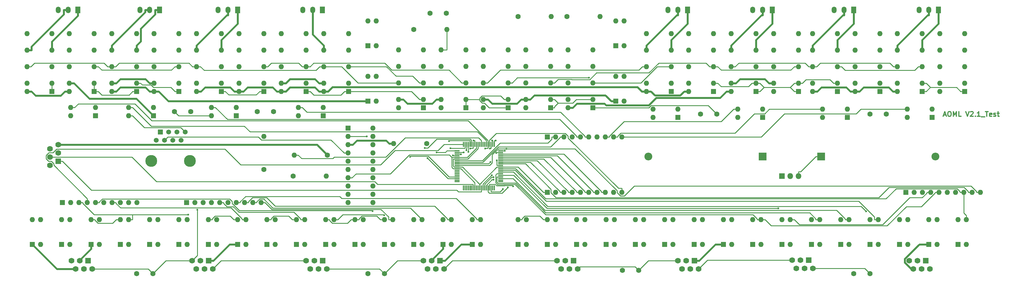
<source format=gbr>
%TF.GenerationSoftware,KiCad,Pcbnew,4.0.7*%
%TF.CreationDate,2018-12-11T18:15:29-05:00*%
%TF.ProjectId,AOML_AB_2.2,414F4D4C5F41425F322E322E6B696361,rev?*%
%TF.FileFunction,Copper,L1,Top,Signal*%
%FSLAX46Y46*%
G04 Gerber Fmt 4.6, Leading zero omitted, Abs format (unit mm)*
G04 Created by KiCad (PCBNEW 4.0.7) date 12/11/18 18:15:29*
%MOMM*%
%LPD*%
G01*
G04 APERTURE LIST*
%ADD10C,0.100000*%
%ADD11C,0.300000*%
%ADD12R,2.400000X2.400000*%
%ADD13O,2.400000X2.400000*%
%ADD14R,1.600000X1.600000*%
%ADD15O,1.600000X1.600000*%
%ADD16C,1.600000*%
%ADD17R,0.300000X1.500000*%
%ADD18R,1.500000X0.300000*%
%ADD19R,1.800000X1.800000*%
%ADD20O,1.800000X1.800000*%
%ADD21R,1.500000X2.000000*%
%ADD22O,1.500000X2.000000*%
%ADD23R,1.500000X1.500000*%
%ADD24C,1.500000*%
%ADD25C,3.650000*%
%ADD26C,1.760000*%
%ADD27R,1.760000X1.760000*%
%ADD28C,0.600000*%
%ADD29C,0.250000*%
%ADD30C,0.600000*%
G04 APERTURE END LIST*
D10*
D11*
X313515429Y-60088000D02*
X314229715Y-60088000D01*
X313372572Y-60516571D02*
X313872572Y-59016571D01*
X314372572Y-60516571D01*
X315158286Y-59016571D02*
X315444000Y-59016571D01*
X315586858Y-59088000D01*
X315729715Y-59230857D01*
X315801143Y-59516571D01*
X315801143Y-60016571D01*
X315729715Y-60302286D01*
X315586858Y-60445143D01*
X315444000Y-60516571D01*
X315158286Y-60516571D01*
X315015429Y-60445143D01*
X314872572Y-60302286D01*
X314801143Y-60016571D01*
X314801143Y-59516571D01*
X314872572Y-59230857D01*
X315015429Y-59088000D01*
X315158286Y-59016571D01*
X316444001Y-60516571D02*
X316444001Y-59016571D01*
X316944001Y-60088000D01*
X317444001Y-59016571D01*
X317444001Y-60516571D01*
X318872573Y-60516571D02*
X318158287Y-60516571D01*
X318158287Y-59016571D01*
X320301144Y-59016571D02*
X320801144Y-60516571D01*
X321301144Y-59016571D01*
X321729715Y-59159429D02*
X321801144Y-59088000D01*
X321944001Y-59016571D01*
X322301144Y-59016571D01*
X322444001Y-59088000D01*
X322515430Y-59159429D01*
X322586858Y-59302286D01*
X322586858Y-59445143D01*
X322515430Y-59659429D01*
X321658287Y-60516571D01*
X322586858Y-60516571D01*
X323229715Y-60373714D02*
X323301143Y-60445143D01*
X323229715Y-60516571D01*
X323158286Y-60445143D01*
X323229715Y-60373714D01*
X323229715Y-60516571D01*
X324729715Y-60516571D02*
X323872572Y-60516571D01*
X324301144Y-60516571D02*
X324301144Y-59016571D01*
X324158287Y-59230857D01*
X324015429Y-59373714D01*
X323872572Y-59445143D01*
X325015429Y-60659429D02*
X326158286Y-60659429D01*
X326301143Y-59016571D02*
X327158286Y-59016571D01*
X326729715Y-60516571D02*
X326729715Y-59016571D01*
X328229714Y-60445143D02*
X328086857Y-60516571D01*
X327801143Y-60516571D01*
X327658286Y-60445143D01*
X327586857Y-60302286D01*
X327586857Y-59730857D01*
X327658286Y-59588000D01*
X327801143Y-59516571D01*
X328086857Y-59516571D01*
X328229714Y-59588000D01*
X328301143Y-59730857D01*
X328301143Y-59873714D01*
X327586857Y-60016571D01*
X328872571Y-60445143D02*
X329015428Y-60516571D01*
X329301143Y-60516571D01*
X329444000Y-60445143D01*
X329515428Y-60302286D01*
X329515428Y-60230857D01*
X329444000Y-60088000D01*
X329301143Y-60016571D01*
X329086857Y-60016571D01*
X328944000Y-59945143D01*
X328872571Y-59802286D01*
X328872571Y-59730857D01*
X328944000Y-59588000D01*
X329086857Y-59516571D01*
X329301143Y-59516571D01*
X329444000Y-59588000D01*
X329944000Y-59516571D02*
X330515429Y-59516571D01*
X330158286Y-59016571D02*
X330158286Y-60302286D01*
X330229714Y-60445143D01*
X330372572Y-60516571D01*
X330515429Y-60516571D01*
D12*
X275944000Y-72838000D03*
D13*
X310944000Y-72838000D03*
D14*
X168944000Y-99838000D03*
D15*
X171484000Y-92218000D03*
X171484000Y-99838000D03*
X168944000Y-92218000D03*
D14*
X43180000Y-86995000D03*
D15*
X45720000Y-86995000D03*
X48260000Y-86995000D03*
X50800000Y-86995000D03*
X53340000Y-86995000D03*
X55880000Y-86995000D03*
X58420000Y-86995000D03*
X60960000Y-86995000D03*
X63500000Y-86995000D03*
X66040000Y-86995000D03*
D16*
X295944000Y-59838000D03*
X290944000Y-59838000D03*
X219944000Y-107838000D03*
X214944000Y-107838000D03*
X160944000Y-28838000D03*
X155944000Y-28838000D03*
D12*
X257944000Y-72838000D03*
D13*
X222944000Y-72838000D03*
D16*
X70944000Y-108838000D03*
X65944000Y-108838000D03*
X141944000Y-108838000D03*
X136944000Y-108838000D03*
X290944000Y-108838000D03*
X285944000Y-108838000D03*
X243944000Y-59838000D03*
X238944000Y-59838000D03*
X107950000Y-59055000D03*
X102950000Y-59055000D03*
X82550000Y-59055000D03*
X77550000Y-59055000D03*
D17*
X175694000Y-69138000D03*
X175194000Y-69138000D03*
X174694000Y-69138000D03*
X174194000Y-69138000D03*
X173694000Y-69138000D03*
X173194000Y-69138000D03*
X172694000Y-69138000D03*
X172194000Y-69138000D03*
X171694000Y-69138000D03*
X171194000Y-69138000D03*
X170694000Y-69138000D03*
X170194000Y-69138000D03*
X169694000Y-69138000D03*
X169194000Y-69138000D03*
X168694000Y-69138000D03*
X168194000Y-69138000D03*
X167694000Y-69138000D03*
X167194000Y-69138000D03*
X166694000Y-69138000D03*
X166194000Y-69138000D03*
D18*
X164244000Y-71088000D03*
X164244000Y-71588000D03*
X164244000Y-72088000D03*
X164244000Y-72588000D03*
X164244000Y-73088000D03*
X164244000Y-73588000D03*
X164244000Y-74088000D03*
X164244000Y-74588000D03*
X164244000Y-75088000D03*
X164244000Y-75588000D03*
X164244000Y-76088000D03*
X164244000Y-76588000D03*
X164244000Y-77088000D03*
X164244000Y-77588000D03*
X164244000Y-78088000D03*
X164244000Y-78588000D03*
X164244000Y-79088000D03*
X164244000Y-79588000D03*
X164244000Y-80088000D03*
X164244000Y-80588000D03*
D17*
X166194000Y-82538000D03*
X166694000Y-82538000D03*
X167194000Y-82538000D03*
X167694000Y-82538000D03*
X168194000Y-82538000D03*
X168694000Y-82538000D03*
X169194000Y-82538000D03*
X169694000Y-82538000D03*
X170194000Y-82538000D03*
X170694000Y-82538000D03*
X171194000Y-82538000D03*
X171694000Y-82538000D03*
X172194000Y-82538000D03*
X172694000Y-82538000D03*
X173194000Y-82538000D03*
X173694000Y-82538000D03*
X174194000Y-82538000D03*
X174694000Y-82538000D03*
X175194000Y-82538000D03*
X175694000Y-82538000D03*
D18*
X177644000Y-80588000D03*
X177644000Y-80088000D03*
X177644000Y-79588000D03*
X177644000Y-79088000D03*
X177644000Y-78588000D03*
X177644000Y-78088000D03*
X177644000Y-77588000D03*
X177644000Y-77088000D03*
X177644000Y-76588000D03*
X177644000Y-76088000D03*
X177644000Y-75588000D03*
X177644000Y-75088000D03*
X177644000Y-74588000D03*
X177644000Y-74088000D03*
X177644000Y-73588000D03*
X177644000Y-73088000D03*
X177644000Y-72588000D03*
X177644000Y-72088000D03*
X177644000Y-71588000D03*
X177644000Y-71088000D03*
D14*
X136944000Y-38838000D03*
D15*
X139484000Y-31218000D03*
X139484000Y-38838000D03*
X136944000Y-31218000D03*
D14*
X212944000Y-55838000D03*
D15*
X215484000Y-48218000D03*
X215484000Y-55838000D03*
X212944000Y-48218000D03*
D14*
X212944000Y-38838000D03*
D15*
X215484000Y-31218000D03*
X215484000Y-38838000D03*
X212944000Y-31218000D03*
D14*
X136944000Y-55838000D03*
D15*
X139484000Y-48218000D03*
X139484000Y-55838000D03*
X136944000Y-48218000D03*
D14*
X231944000Y-60838000D03*
D15*
X224324000Y-58298000D03*
X231944000Y-58298000D03*
X224324000Y-60838000D03*
D14*
X123190000Y-60325000D03*
D15*
X115570000Y-57785000D03*
X123190000Y-57785000D03*
X115570000Y-60325000D03*
D14*
X96520000Y-60325000D03*
D15*
X88900000Y-57785000D03*
X96520000Y-57785000D03*
X88900000Y-60325000D03*
D14*
X309944000Y-60838000D03*
D15*
X302324000Y-58298000D03*
X309944000Y-58298000D03*
X302324000Y-60838000D03*
D14*
X283944000Y-60838000D03*
D15*
X276324000Y-58298000D03*
X283944000Y-58298000D03*
X276324000Y-60838000D03*
D14*
X257944000Y-60838000D03*
D15*
X250324000Y-58298000D03*
X257944000Y-58298000D03*
X250324000Y-60838000D03*
D14*
X218944000Y-99838000D03*
D15*
X221484000Y-92218000D03*
X221484000Y-99838000D03*
X218944000Y-92218000D03*
D14*
X227944000Y-99838000D03*
D15*
X230484000Y-92218000D03*
X230484000Y-99838000D03*
X227944000Y-92218000D03*
D14*
X236944000Y-99838000D03*
D15*
X239484000Y-92218000D03*
X239484000Y-99838000D03*
X236944000Y-92218000D03*
D14*
X245944000Y-99838000D03*
D15*
X248484000Y-92218000D03*
X248484000Y-99838000D03*
X245944000Y-92218000D03*
D14*
X182944000Y-99838000D03*
D15*
X185484000Y-92218000D03*
X185484000Y-99838000D03*
X182944000Y-92218000D03*
D14*
X191944000Y-99838000D03*
D15*
X194484000Y-92218000D03*
X194484000Y-99838000D03*
X191944000Y-92218000D03*
D14*
X200944000Y-99838000D03*
D15*
X203484000Y-92218000D03*
X203484000Y-99838000D03*
X200944000Y-92218000D03*
D14*
X209944000Y-99838000D03*
D15*
X212484000Y-92218000D03*
X212484000Y-99838000D03*
X209944000Y-92218000D03*
D14*
X141944000Y-99838000D03*
D15*
X144484000Y-92218000D03*
X144484000Y-99838000D03*
X141944000Y-92218000D03*
D14*
X150944000Y-99838000D03*
D15*
X153484000Y-92218000D03*
X153484000Y-99838000D03*
X150944000Y-92218000D03*
D14*
X159944000Y-99838000D03*
D15*
X162484000Y-92218000D03*
X162484000Y-99838000D03*
X159944000Y-92218000D03*
D14*
X254944000Y-99838000D03*
D15*
X257484000Y-92218000D03*
X257484000Y-99838000D03*
X254944000Y-92218000D03*
D14*
X263944000Y-99838000D03*
D15*
X266484000Y-92218000D03*
X266484000Y-99838000D03*
X263944000Y-92218000D03*
D14*
X272944000Y-99838000D03*
D15*
X275484000Y-92218000D03*
X275484000Y-99838000D03*
X272944000Y-92218000D03*
D14*
X281944000Y-99838000D03*
D15*
X284484000Y-92218000D03*
X284484000Y-99838000D03*
X281944000Y-92218000D03*
D14*
X308944000Y-99838000D03*
D15*
X311484000Y-92218000D03*
X311484000Y-99838000D03*
X308944000Y-92218000D03*
D14*
X317944000Y-99838000D03*
D15*
X320484000Y-92218000D03*
X320484000Y-99838000D03*
X317944000Y-92218000D03*
D14*
X290944000Y-99838000D03*
D15*
X293484000Y-92218000D03*
X293484000Y-99838000D03*
X290944000Y-92218000D03*
D14*
X299944000Y-99838000D03*
D15*
X302484000Y-92218000D03*
X302484000Y-99838000D03*
X299944000Y-92218000D03*
D14*
X105944000Y-99838000D03*
D15*
X108484000Y-92218000D03*
X108484000Y-99838000D03*
X105944000Y-92218000D03*
D14*
X114944000Y-99838000D03*
D15*
X117484000Y-92218000D03*
X117484000Y-99838000D03*
X114944000Y-92218000D03*
D14*
X123944000Y-99838000D03*
D15*
X126484000Y-92218000D03*
X126484000Y-99838000D03*
X123944000Y-92218000D03*
D14*
X132944000Y-99838000D03*
D15*
X135484000Y-92218000D03*
X135484000Y-99838000D03*
X132944000Y-92218000D03*
D14*
X33944000Y-99838000D03*
D15*
X36484000Y-92218000D03*
X36484000Y-99838000D03*
X33944000Y-92218000D03*
D14*
X42944000Y-99838000D03*
D15*
X45484000Y-92218000D03*
X45484000Y-99838000D03*
X42944000Y-92218000D03*
D14*
X51944000Y-99838000D03*
D15*
X54484000Y-92218000D03*
X54484000Y-99838000D03*
X51944000Y-92218000D03*
D14*
X60944000Y-99838000D03*
D15*
X63484000Y-92218000D03*
X63484000Y-99838000D03*
X60944000Y-92218000D03*
D14*
X69944000Y-99838000D03*
D15*
X72484000Y-92218000D03*
X72484000Y-99838000D03*
X69944000Y-92218000D03*
D14*
X78944000Y-99838000D03*
D15*
X81484000Y-92218000D03*
X81484000Y-99838000D03*
X78944000Y-92218000D03*
D14*
X87944000Y-99838000D03*
D15*
X90484000Y-92218000D03*
X90484000Y-99838000D03*
X87944000Y-92218000D03*
D14*
X96944000Y-99838000D03*
D15*
X99484000Y-92218000D03*
X99484000Y-99838000D03*
X96944000Y-92218000D03*
D14*
X71120000Y-60325000D03*
D15*
X63500000Y-57785000D03*
X71120000Y-57785000D03*
X63500000Y-60325000D03*
D14*
X53340000Y-60325000D03*
D15*
X45720000Y-57785000D03*
X53340000Y-57785000D03*
X45720000Y-60325000D03*
D16*
X124460000Y-72390000D03*
D15*
X114300000Y-72390000D03*
D16*
X154944000Y-68838000D03*
D15*
X144784000Y-68838000D03*
D16*
X113944000Y-78838000D03*
D15*
X124104000Y-78838000D03*
D16*
X182944000Y-29838000D03*
D15*
X193104000Y-29838000D03*
D16*
X150944000Y-33838000D03*
D15*
X161104000Y-33838000D03*
D16*
X197944000Y-29838000D03*
D15*
X208104000Y-29838000D03*
D16*
X104944000Y-76838000D03*
D15*
X104944000Y-66678000D03*
D14*
X191944000Y-66838000D03*
D15*
X194484000Y-66838000D03*
X197024000Y-66838000D03*
X199564000Y-66838000D03*
X202104000Y-66838000D03*
X204644000Y-66838000D03*
X207184000Y-66838000D03*
X209724000Y-66838000D03*
X212264000Y-66838000D03*
X214804000Y-66838000D03*
D14*
X301944000Y-83838000D03*
D15*
X304484000Y-83838000D03*
X307024000Y-83838000D03*
X309564000Y-83838000D03*
X312104000Y-83838000D03*
X314644000Y-83838000D03*
X317184000Y-83838000D03*
X319724000Y-83838000D03*
X322264000Y-83838000D03*
X324804000Y-83838000D03*
D14*
X191944000Y-83838000D03*
D15*
X194484000Y-83838000D03*
X197024000Y-83838000D03*
X199564000Y-83838000D03*
X202104000Y-83838000D03*
X204644000Y-83838000D03*
X207184000Y-83838000D03*
X209724000Y-83838000D03*
X212264000Y-83838000D03*
X214804000Y-83838000D03*
D14*
X81280000Y-86995000D03*
D15*
X83820000Y-86995000D03*
X86360000Y-86995000D03*
X88900000Y-86995000D03*
X91440000Y-86995000D03*
X93980000Y-86995000D03*
X96520000Y-86995000D03*
X99060000Y-86995000D03*
X101600000Y-86995000D03*
X104140000Y-86995000D03*
D14*
X130810000Y-64135000D03*
D15*
X138430000Y-86995000D03*
X130810000Y-66675000D03*
X138430000Y-84455000D03*
X130810000Y-69215000D03*
X138430000Y-81915000D03*
X130810000Y-71755000D03*
X138430000Y-79375000D03*
X130810000Y-74295000D03*
X138430000Y-76835000D03*
X130810000Y-76835000D03*
X138430000Y-74295000D03*
X130810000Y-79375000D03*
X138430000Y-71755000D03*
X130810000Y-81915000D03*
X138430000Y-69215000D03*
X130810000Y-84455000D03*
X138430000Y-66675000D03*
X130810000Y-86995000D03*
X138430000Y-64135000D03*
D19*
X263944000Y-78838000D03*
D20*
X266484000Y-78838000D03*
X269024000Y-78838000D03*
D21*
X96944000Y-27838000D03*
D22*
X93944000Y-27838000D03*
X90944000Y-27838000D03*
D21*
X122944000Y-27838000D03*
D22*
X119944000Y-27838000D03*
X116944000Y-27838000D03*
D21*
X234944000Y-27838000D03*
D22*
X231944000Y-27838000D03*
X228944000Y-27838000D03*
D21*
X311944000Y-27838000D03*
D22*
X308944000Y-27838000D03*
X305944000Y-27838000D03*
D21*
X285944000Y-27838000D03*
D22*
X282944000Y-27838000D03*
X279944000Y-27838000D03*
D21*
X260944000Y-27838000D03*
D22*
X257944000Y-27838000D03*
X254944000Y-27838000D03*
D21*
X72944000Y-27838000D03*
D22*
X69944000Y-27838000D03*
X66944000Y-27838000D03*
D21*
X47944000Y-27838000D03*
D22*
X44944000Y-27838000D03*
X41944000Y-27838000D03*
D23*
X73214000Y-65298000D03*
D24*
X71944000Y-67838000D03*
D25*
X82324000Y-74188000D03*
X70454000Y-74188000D03*
D24*
X74484000Y-67838000D03*
X75754000Y-65298000D03*
X77024000Y-67838000D03*
X78294000Y-65298000D03*
X79564000Y-67838000D03*
X80834000Y-65298000D03*
D26*
X41910000Y-69215000D03*
D27*
X41910000Y-74295000D03*
D26*
X39370000Y-70485000D03*
X39370000Y-73025000D03*
X41910000Y-71755000D03*
X39370000Y-75565000D03*
X45944000Y-104838000D03*
D27*
X51024000Y-104838000D03*
D26*
X47214000Y-107378000D03*
X49754000Y-107378000D03*
X48484000Y-104838000D03*
X52294000Y-107378000D03*
X82944000Y-104838000D03*
D27*
X88024000Y-104838000D03*
D26*
X84214000Y-107378000D03*
X86754000Y-107378000D03*
X85484000Y-104838000D03*
X89294000Y-107378000D03*
X153944000Y-104838000D03*
D27*
X159024000Y-104838000D03*
D26*
X155214000Y-107378000D03*
X157754000Y-107378000D03*
X156484000Y-104838000D03*
X160294000Y-107378000D03*
X117944000Y-104838000D03*
D27*
X123024000Y-104838000D03*
D26*
X119214000Y-107378000D03*
X121754000Y-107378000D03*
X120484000Y-104838000D03*
X124294000Y-107378000D03*
X302944000Y-104838000D03*
D27*
X308024000Y-104838000D03*
D26*
X304214000Y-107378000D03*
X306754000Y-107378000D03*
X305484000Y-104838000D03*
X309294000Y-107378000D03*
X267033000Y-104648000D03*
D27*
X272113000Y-104648000D03*
D26*
X268303000Y-107188000D03*
X270843000Y-107188000D03*
X269573000Y-104648000D03*
X273383000Y-107188000D03*
X231944000Y-104838000D03*
D27*
X237024000Y-104838000D03*
D26*
X233214000Y-107378000D03*
X235754000Y-107378000D03*
X234484000Y-104838000D03*
X238294000Y-107378000D03*
X194944000Y-104838000D03*
D27*
X200024000Y-104838000D03*
D26*
X196214000Y-107378000D03*
X198754000Y-107378000D03*
X197484000Y-104838000D03*
X201294000Y-107378000D03*
D14*
X153944000Y-57838000D03*
D15*
X146324000Y-40058000D03*
X153944000Y-55298000D03*
X146324000Y-45138000D03*
X153944000Y-50218000D03*
X146324000Y-50218000D03*
X153944000Y-45138000D03*
X146324000Y-55298000D03*
X153944000Y-40058000D03*
X146324000Y-57838000D03*
D14*
X166944000Y-57838000D03*
D15*
X159324000Y-40058000D03*
X166944000Y-55298000D03*
X159324000Y-45138000D03*
X166944000Y-50218000D03*
X159324000Y-50218000D03*
X166944000Y-45138000D03*
X159324000Y-55298000D03*
X166944000Y-40058000D03*
X159324000Y-57838000D03*
D14*
X179944000Y-57838000D03*
D15*
X172324000Y-40058000D03*
X179944000Y-55298000D03*
X172324000Y-45138000D03*
X179944000Y-50218000D03*
X172324000Y-50218000D03*
X179944000Y-45138000D03*
X172324000Y-55298000D03*
X179944000Y-40058000D03*
X172324000Y-57838000D03*
D14*
X192944000Y-57838000D03*
D15*
X185324000Y-40058000D03*
X192944000Y-55298000D03*
X185324000Y-45138000D03*
X192944000Y-50218000D03*
X185324000Y-50218000D03*
X192944000Y-45138000D03*
X185324000Y-55298000D03*
X192944000Y-40058000D03*
X185324000Y-57838000D03*
D14*
X205944000Y-57838000D03*
D15*
X198324000Y-40058000D03*
X205944000Y-55298000D03*
X198324000Y-45138000D03*
X205944000Y-50218000D03*
X198324000Y-50218000D03*
X205944000Y-45138000D03*
X198324000Y-55298000D03*
X205944000Y-40058000D03*
X198324000Y-57838000D03*
D14*
X229944000Y-52838000D03*
D15*
X222324000Y-35058000D03*
X229944000Y-50298000D03*
X222324000Y-40138000D03*
X229944000Y-45218000D03*
X222324000Y-45218000D03*
X229944000Y-40138000D03*
X222324000Y-50298000D03*
X229944000Y-35058000D03*
X222324000Y-52838000D03*
D14*
X242944000Y-52838000D03*
D15*
X235324000Y-35058000D03*
X242944000Y-50298000D03*
X235324000Y-40138000D03*
X242944000Y-45218000D03*
X235324000Y-45218000D03*
X242944000Y-40138000D03*
X235324000Y-50298000D03*
X242944000Y-35058000D03*
X235324000Y-52838000D03*
D14*
X130944000Y-52838000D03*
D15*
X123324000Y-35058000D03*
X130944000Y-50298000D03*
X123324000Y-40138000D03*
X130944000Y-45218000D03*
X123324000Y-45218000D03*
X130944000Y-40138000D03*
X123324000Y-50298000D03*
X130944000Y-35058000D03*
X123324000Y-52838000D03*
D14*
X117944000Y-52838000D03*
D15*
X110324000Y-35058000D03*
X117944000Y-50298000D03*
X110324000Y-40138000D03*
X117944000Y-45218000D03*
X110324000Y-45218000D03*
X117944000Y-40138000D03*
X110324000Y-50298000D03*
X117944000Y-35058000D03*
X110324000Y-52838000D03*
D14*
X91944000Y-52838000D03*
D15*
X84324000Y-35058000D03*
X91944000Y-50298000D03*
X84324000Y-40138000D03*
X91944000Y-45218000D03*
X84324000Y-45218000D03*
X91944000Y-40138000D03*
X84324000Y-50298000D03*
X91944000Y-35058000D03*
X84324000Y-52838000D03*
D14*
X104944000Y-52838000D03*
D15*
X97324000Y-35058000D03*
X104944000Y-50298000D03*
X97324000Y-40138000D03*
X104944000Y-45218000D03*
X97324000Y-45218000D03*
X104944000Y-40138000D03*
X97324000Y-50298000D03*
X104944000Y-35058000D03*
X97324000Y-52838000D03*
D14*
X306944000Y-52838000D03*
D15*
X299324000Y-35058000D03*
X306944000Y-50298000D03*
X299324000Y-40138000D03*
X306944000Y-45218000D03*
X299324000Y-45218000D03*
X306944000Y-40138000D03*
X299324000Y-50298000D03*
X306944000Y-35058000D03*
X299324000Y-52838000D03*
D14*
X319944000Y-52838000D03*
D15*
X312324000Y-35058000D03*
X319944000Y-50298000D03*
X312324000Y-40138000D03*
X319944000Y-45218000D03*
X312324000Y-45218000D03*
X319944000Y-40138000D03*
X312324000Y-50298000D03*
X319944000Y-35058000D03*
X312324000Y-52838000D03*
D14*
X280944000Y-52838000D03*
D15*
X273324000Y-35058000D03*
X280944000Y-50298000D03*
X273324000Y-40138000D03*
X280944000Y-45218000D03*
X273324000Y-45218000D03*
X280944000Y-40138000D03*
X273324000Y-50298000D03*
X280944000Y-35058000D03*
X273324000Y-52838000D03*
D14*
X293944000Y-52838000D03*
D15*
X286324000Y-35058000D03*
X293944000Y-50298000D03*
X286324000Y-40138000D03*
X293944000Y-45218000D03*
X286324000Y-45218000D03*
X293944000Y-40138000D03*
X286324000Y-50298000D03*
X293944000Y-35058000D03*
X286324000Y-52838000D03*
D14*
X255944000Y-52838000D03*
D15*
X248324000Y-35058000D03*
X255944000Y-50298000D03*
X248324000Y-40138000D03*
X255944000Y-45218000D03*
X248324000Y-45218000D03*
X255944000Y-40138000D03*
X248324000Y-50298000D03*
X255944000Y-35058000D03*
X248324000Y-52838000D03*
D14*
X268944000Y-52838000D03*
D15*
X261324000Y-35058000D03*
X268944000Y-50298000D03*
X261324000Y-40138000D03*
X268944000Y-45218000D03*
X261324000Y-45218000D03*
X268944000Y-40138000D03*
X261324000Y-50298000D03*
X268944000Y-35058000D03*
X261324000Y-52838000D03*
D14*
X65944000Y-52838000D03*
D15*
X58324000Y-35058000D03*
X65944000Y-50298000D03*
X58324000Y-40138000D03*
X65944000Y-45218000D03*
X58324000Y-45218000D03*
X65944000Y-40138000D03*
X58324000Y-50298000D03*
X65944000Y-35058000D03*
X58324000Y-52838000D03*
D14*
X78944000Y-52838000D03*
D15*
X71324000Y-35058000D03*
X78944000Y-50298000D03*
X71324000Y-40138000D03*
X78944000Y-45218000D03*
X71324000Y-45218000D03*
X78944000Y-40138000D03*
X71324000Y-50298000D03*
X78944000Y-35058000D03*
X71324000Y-52838000D03*
D14*
X39944000Y-52838000D03*
D15*
X32324000Y-35058000D03*
X39944000Y-50298000D03*
X32324000Y-40138000D03*
X39944000Y-45218000D03*
X32324000Y-45218000D03*
X39944000Y-40138000D03*
X32324000Y-50298000D03*
X39944000Y-35058000D03*
X32324000Y-52838000D03*
D14*
X52944000Y-52838000D03*
D15*
X45324000Y-35058000D03*
X52944000Y-50298000D03*
X45324000Y-40138000D03*
X52944000Y-45218000D03*
X45324000Y-45218000D03*
X52944000Y-40138000D03*
X45324000Y-50298000D03*
X52944000Y-35058000D03*
X45324000Y-52838000D03*
D28*
X176081600Y-67963000D03*
X175009600Y-67911700D03*
X174298000Y-70410500D03*
X172880900Y-70418400D03*
X176440900Y-73994400D03*
X169305300Y-67935100D03*
X168311700Y-70412400D03*
X141902900Y-90903900D03*
X154360000Y-70239700D03*
X161811600Y-68119800D03*
X167748000Y-71402200D03*
X167172700Y-70913400D03*
X158008100Y-71541800D03*
X138341200Y-89639100D03*
X166243300Y-71588000D03*
X165462600Y-72185400D03*
X162973100Y-72503900D03*
X174455500Y-74576800D03*
X179409800Y-70436100D03*
X174960000Y-78613500D03*
X175459100Y-79200100D03*
X175458900Y-79967700D03*
X179832800Y-82366700D03*
X181462600Y-81950800D03*
X178331400Y-82827000D03*
X262774800Y-88795500D03*
X289753900Y-89666300D03*
X176303400Y-71760400D03*
X178867700Y-71088000D03*
X84579800Y-89195700D03*
X136603100Y-66675000D03*
X149863500Y-72928600D03*
X204711100Y-48650500D03*
X155182400Y-73312800D03*
X81773600Y-90716300D03*
X162259600Y-70313000D03*
D29*
X175694000Y-69138000D02*
X175694000Y-67963000D01*
X175694000Y-67963000D02*
X176081600Y-67963000D01*
X175194000Y-69138000D02*
X175194000Y-67963000D01*
X59645000Y-87248800D02*
X59645000Y-86995000D01*
X61016600Y-88620400D02*
X59645000Y-87248800D01*
X94891100Y-88620400D02*
X61016600Y-88620400D01*
X98259000Y-91988300D02*
X94891100Y-88620400D01*
X98259000Y-92218000D02*
X98259000Y-91988300D01*
X99484000Y-92218000D02*
X98259000Y-92218000D01*
X58420000Y-86995000D02*
X59645000Y-86995000D01*
X175060900Y-67963000D02*
X175009600Y-67911700D01*
X175194000Y-67963000D02*
X175060900Y-67963000D01*
X174395500Y-70313000D02*
X174298000Y-70410500D01*
X174694000Y-70313000D02*
X174395500Y-70313000D01*
X174694000Y-69138000D02*
X174694000Y-70313000D01*
X174194000Y-69138000D02*
X174194000Y-67878400D01*
X214804000Y-83838000D02*
X214804000Y-82613000D01*
X176316200Y-65756200D02*
X174194000Y-67878400D01*
X197484100Y-65756200D02*
X176316200Y-65756200D01*
X198294000Y-66566100D02*
X197484100Y-65756200D01*
X198294000Y-67148700D02*
X198294000Y-66566100D01*
X213758300Y-82613000D02*
X198294000Y-67148700D01*
X214804000Y-82613000D02*
X213758300Y-82613000D01*
X45720000Y-57785000D02*
X46945000Y-57785000D01*
X173694000Y-67896700D02*
X173694000Y-69138000D01*
X167640900Y-61843600D02*
X173694000Y-67896700D01*
X70605200Y-61843600D02*
X167640900Y-61843600D01*
X65431500Y-56669900D02*
X70605200Y-61843600D01*
X48060100Y-56669900D02*
X65431500Y-56669900D01*
X46945000Y-57785000D02*
X48060100Y-56669900D01*
X173694000Y-69138000D02*
X173694000Y-70313000D01*
X172986300Y-70313000D02*
X172880900Y-70418400D01*
X173694000Y-70313000D02*
X172986300Y-70313000D01*
X173194000Y-69138000D02*
X173194000Y-67963000D01*
X63500000Y-57785000D02*
X64725000Y-57785000D01*
X70439900Y-63499900D02*
X64725000Y-57785000D01*
X98956100Y-63499900D02*
X70439900Y-63499900D01*
X100719500Y-65263300D02*
X98956100Y-63499900D01*
X170494300Y-65263300D02*
X100719500Y-65263300D01*
X173194000Y-67963000D02*
X170494300Y-65263300D01*
X170842700Y-67111700D02*
X171694000Y-67963000D01*
X148311100Y-67111700D02*
X170842700Y-67111700D01*
X142397800Y-73025000D02*
X148311100Y-67111700D01*
X126616000Y-73025000D02*
X142397800Y-73025000D01*
X126171300Y-73469700D02*
X126616000Y-73025000D01*
X116604700Y-73469700D02*
X126171300Y-73469700D01*
X115525000Y-72390000D02*
X116604700Y-73469700D01*
X114300000Y-72390000D02*
X115525000Y-72390000D01*
X171694000Y-69138000D02*
X171694000Y-67963000D01*
X165919000Y-76088000D02*
X164244000Y-76088000D01*
X171194000Y-81363000D02*
X165919000Y-76088000D01*
X53169000Y-92439400D02*
X53169000Y-92218000D01*
X54061900Y-93332300D02*
X53169000Y-92439400D01*
X58604700Y-93332300D02*
X54061900Y-93332300D01*
X59719000Y-92218000D02*
X58604700Y-93332300D01*
X60944000Y-92218000D02*
X59719000Y-92218000D01*
X51944000Y-92218000D02*
X53169000Y-92218000D01*
X78820000Y-60325000D02*
X77550000Y-59055000D01*
X88900000Y-60325000D02*
X78820000Y-60325000D01*
X79480800Y-63944800D02*
X80834000Y-65298000D01*
X63500000Y-60325000D02*
X64725000Y-60325000D01*
X64725000Y-60325000D02*
X68344800Y-63944800D01*
X68344800Y-63944800D02*
X79480800Y-63944800D01*
X161104000Y-40058000D02*
X161104000Y-33838000D01*
X161104000Y-40058000D02*
X159324000Y-40058000D01*
X189616600Y-91115600D02*
X190719000Y-92218000D01*
X191944000Y-92218000D02*
X190719000Y-92218000D01*
X182944000Y-92218000D02*
X184169000Y-92218000D01*
X184169000Y-92218000D02*
X184169000Y-91972900D01*
X184169000Y-91972900D02*
X185026300Y-91115600D01*
X185026300Y-91115600D02*
X189616600Y-91115600D01*
X132944000Y-92218000D02*
X134169000Y-92218000D01*
X134169000Y-92218000D02*
X134169000Y-91986500D01*
X134169000Y-91986500D02*
X135012800Y-91142700D01*
X135012800Y-91142700D02*
X139643700Y-91142700D01*
X139643700Y-91142700D02*
X140719000Y-92218000D01*
X141944000Y-92218000D02*
X140719000Y-92218000D01*
X130633400Y-93303600D02*
X131719000Y-92218000D01*
X132944000Y-92218000D02*
X131719000Y-92218000D01*
X123944000Y-92218000D02*
X125169000Y-92218000D01*
X125169000Y-92218000D02*
X125169000Y-92454700D01*
X125169000Y-92454700D02*
X126017900Y-93303600D01*
X126017900Y-93303600D02*
X130633400Y-93303600D01*
X114944000Y-92218000D02*
X113719000Y-92218000D01*
X107169000Y-92218000D02*
X107169000Y-92001900D01*
X107169000Y-92001900D02*
X108033900Y-91137000D01*
X108033900Y-91137000D02*
X112638000Y-91137000D01*
X112638000Y-91137000D02*
X113719000Y-92218000D01*
X105944000Y-92218000D02*
X107169000Y-92218000D01*
X89169000Y-91994300D02*
X89169000Y-92218000D01*
X87944000Y-92218000D02*
X89169000Y-92218000D01*
X96944000Y-92218000D02*
X95719000Y-92218000D01*
X95719000Y-92218000D02*
X94643100Y-91142100D01*
X94643100Y-91142100D02*
X90021200Y-91142100D01*
X90021200Y-91142100D02*
X89169000Y-91994300D01*
X238944000Y-59838000D02*
X238815700Y-59709700D01*
X191944000Y-83838000D02*
X190719000Y-83838000D01*
X228556500Y-92218000D02*
X227944000Y-92218000D01*
X170694000Y-69138000D02*
X170694000Y-70426700D01*
X171194000Y-82538000D02*
X171194000Y-81363000D01*
X182969000Y-76088000D02*
X177644000Y-76088000D01*
X190719000Y-83838000D02*
X182969000Y-76088000D01*
X167532700Y-73588000D02*
X164244000Y-73588000D01*
X170694000Y-70426700D02*
X167532700Y-73588000D01*
X164244000Y-73588000D02*
X163069000Y-73588000D01*
X163385100Y-76088000D02*
X164244000Y-76088000D01*
X163069000Y-75771900D02*
X163385100Y-76088000D01*
X163069000Y-73588000D02*
X163069000Y-75771900D01*
X176469000Y-76088000D02*
X171194000Y-81363000D01*
X177644000Y-76088000D02*
X176469000Y-76088000D01*
X290944000Y-92218000D02*
X290536500Y-92218000D01*
X319944000Y-52838000D02*
X318719000Y-52838000D01*
X306944000Y-50298000D02*
X308169000Y-50298000D01*
X306944000Y-52838000D02*
X308169000Y-52838000D01*
X309394000Y-51523000D02*
X308169000Y-50298000D01*
X309394000Y-51613000D02*
X309394000Y-51523000D01*
X317494000Y-51613000D02*
X309394000Y-51613000D01*
X318719000Y-52838000D02*
X317494000Y-51613000D01*
X309394000Y-51613000D02*
X308169000Y-52838000D01*
X192944000Y-55298000D02*
X194169000Y-55298000D01*
X195280100Y-56409100D02*
X194169000Y-55298000D01*
X199736800Y-56409100D02*
X195280100Y-56409100D01*
X200847900Y-55298000D02*
X199736800Y-56409100D01*
X205944000Y-55298000D02*
X200847900Y-55298000D01*
X194169000Y-57520200D02*
X194169000Y-57838000D01*
X195280100Y-56409100D02*
X194169000Y-57520200D01*
X192944000Y-57838000D02*
X194169000Y-57838000D01*
X166944000Y-55298000D02*
X166944000Y-57838000D01*
X241328600Y-57222600D02*
X243944000Y-59838000D01*
X223753200Y-57222600D02*
X241328600Y-57222600D01*
X223137800Y-57838000D02*
X223753200Y-57222600D01*
X205944000Y-57838000D02*
X223137800Y-57838000D01*
X278621700Y-49200700D02*
X279719000Y-50298000D01*
X271266300Y-49200700D02*
X278621700Y-49200700D01*
X270169000Y-50298000D02*
X271266300Y-49200700D01*
X268944000Y-50298000D02*
X270169000Y-50298000D01*
X280944000Y-50298000D02*
X279719000Y-50298000D01*
X179944000Y-55298000D02*
X178719000Y-55298000D01*
X166944000Y-55298000D02*
X171193200Y-55298000D01*
X269644000Y-77513000D02*
X269024000Y-77513000D01*
X274319000Y-72838000D02*
X269644000Y-77513000D01*
X275944000Y-72838000D02*
X274319000Y-72838000D01*
X269024000Y-78838000D02*
X269024000Y-77513000D01*
X76494000Y-51613000D02*
X77719000Y-52838000D01*
X71118300Y-51613000D02*
X76494000Y-51613000D01*
X70378700Y-50873400D02*
X71118300Y-51613000D01*
X67744400Y-50873400D02*
X70378700Y-50873400D01*
X67169000Y-50298000D02*
X67744400Y-50873400D01*
X65944000Y-50298000D02*
X67169000Y-50298000D01*
X78944000Y-52838000D02*
X77719000Y-52838000D01*
X255944000Y-50298000D02*
X257169000Y-50298000D01*
X255944000Y-52838000D02*
X257169000Y-52838000D01*
X171193200Y-54894700D02*
X171193200Y-55298000D01*
X171865200Y-54222700D02*
X171193200Y-54894700D01*
X177643700Y-54222700D02*
X171865200Y-54222700D01*
X178719000Y-55298000D02*
X177643700Y-54222700D01*
X174074500Y-57838000D02*
X179944000Y-57838000D01*
X172662800Y-56426300D02*
X174074500Y-57838000D01*
X171931600Y-56426300D02*
X172662800Y-56426300D01*
X171193200Y-55687900D02*
X171931600Y-56426300D01*
X171193200Y-55298000D02*
X171193200Y-55687900D01*
X253643700Y-51373300D02*
X254719000Y-50298000D01*
X245244300Y-51373300D02*
X253643700Y-51373300D01*
X244169000Y-50298000D02*
X245244300Y-51373300D01*
X242944000Y-50298000D02*
X244169000Y-50298000D01*
X255944000Y-50298000D02*
X254719000Y-50298000D01*
X164244000Y-73088000D02*
X167419000Y-73088000D01*
X258439000Y-51568000D02*
X257169000Y-52838000D01*
X257169000Y-50298000D02*
X258439000Y-51568000D01*
X268944000Y-50298000D02*
X267719000Y-50298000D01*
X258439000Y-51568000D02*
X266449000Y-51568000D01*
X266449000Y-51568000D02*
X267719000Y-50298000D01*
X266449000Y-51568000D02*
X267719000Y-52838000D01*
X268944000Y-52838000D02*
X267719000Y-52838000D01*
X39944000Y-50298000D02*
X39944000Y-52838000D01*
X52944000Y-50298000D02*
X52944000Y-52838000D01*
X65944000Y-52838000D02*
X64719000Y-52838000D01*
X63631300Y-53925700D02*
X64719000Y-52838000D01*
X55256700Y-53925700D02*
X63631300Y-53925700D01*
X54169000Y-52838000D02*
X55256700Y-53925700D01*
X52944000Y-52838000D02*
X54169000Y-52838000D01*
X164244000Y-73088000D02*
X162660500Y-73088000D01*
X130810000Y-79375000D02*
X132035000Y-79375000D01*
X150259000Y-52838000D02*
X152719000Y-55298000D01*
X130944000Y-52838000D02*
X150259000Y-52838000D01*
X153944000Y-55298000D02*
X152719000Y-55298000D01*
X170194000Y-70313000D02*
X167419000Y-73088000D01*
X170194000Y-69138000D02*
X170194000Y-70313000D01*
X94246300Y-53915300D02*
X93169000Y-52838000D01*
X102641700Y-53915300D02*
X94246300Y-53915300D01*
X103719000Y-52838000D02*
X102641700Y-53915300D01*
X104944000Y-52838000D02*
X103719000Y-52838000D01*
X91944000Y-52838000D02*
X93169000Y-52838000D01*
X128594000Y-53963000D02*
X129719000Y-52838000D01*
X120294000Y-53963000D02*
X128594000Y-53963000D01*
X119169000Y-52838000D02*
X120294000Y-53963000D01*
X117944000Y-52838000D02*
X119169000Y-52838000D01*
X130944000Y-52838000D02*
X129719000Y-52838000D01*
X169694000Y-80863000D02*
X169694000Y-82538000D01*
X165419000Y-76588000D02*
X169694000Y-80863000D01*
X177644000Y-75588000D02*
X176469000Y-75588000D01*
X164244000Y-76588000D02*
X165419000Y-76588000D01*
X164244000Y-76588000D02*
X163069000Y-76588000D01*
X162660500Y-76179500D02*
X163069000Y-76588000D01*
X162660500Y-73088000D02*
X162660500Y-76179500D01*
X133260000Y-78150000D02*
X132035000Y-79375000D01*
X143800500Y-78150000D02*
X133260000Y-78150000D01*
X149613300Y-72337200D02*
X143800500Y-78150000D01*
X161909700Y-72337200D02*
X149613300Y-72337200D01*
X162660500Y-73088000D02*
X161909700Y-72337200D01*
X176440900Y-75559900D02*
X176440900Y-73994400D01*
X176469000Y-75588000D02*
X176440900Y-75559900D01*
X169694000Y-69138000D02*
X169694000Y-67963000D01*
X169333200Y-67963000D02*
X169305300Y-67935100D01*
X169694000Y-67963000D02*
X169333200Y-67963000D01*
X126484000Y-92218000D02*
X127709000Y-92218000D01*
X169194000Y-69138000D02*
X169194000Y-70313000D01*
X168411100Y-70313000D02*
X168311700Y-70412400D01*
X169194000Y-70313000D02*
X168411100Y-70313000D01*
X141738700Y-90739700D02*
X141902900Y-90903900D01*
X129187300Y-90739700D02*
X141738700Y-90739700D01*
X127709000Y-92218000D02*
X129187300Y-90739700D01*
X117484000Y-92218000D02*
X116259000Y-92218000D01*
X91440000Y-86995000D02*
X92665000Y-86995000D01*
X116259000Y-91988300D02*
X116259000Y-92218000D01*
X114247300Y-89976600D02*
X116259000Y-91988300D01*
X97366700Y-89976600D02*
X114247300Y-89976600D01*
X95610000Y-88219900D02*
X97366700Y-89976600D01*
X93636100Y-88219900D02*
X95610000Y-88219900D01*
X92665000Y-87248800D02*
X93636100Y-88219900D01*
X92665000Y-86995000D02*
X92665000Y-87248800D01*
X155292500Y-70239700D02*
X154360000Y-70239700D01*
X158020100Y-67512100D02*
X155292500Y-70239700D01*
X168358100Y-67512100D02*
X158020100Y-67512100D01*
X168694000Y-67848000D02*
X168358100Y-67512100D01*
X168694000Y-69138000D02*
X168694000Y-67848000D01*
X168194000Y-69138000D02*
X168194000Y-67963000D01*
X161968400Y-67963000D02*
X161811600Y-68119800D01*
X168194000Y-67963000D02*
X161968400Y-67963000D01*
X167694000Y-69138000D02*
X167694000Y-70621000D01*
X171484000Y-92218000D02*
X170259000Y-92218000D01*
X96520000Y-86995000D02*
X97745000Y-86995000D01*
X167748000Y-70675000D02*
X167694000Y-70621000D01*
X167748000Y-71402200D02*
X167748000Y-70675000D01*
X97745000Y-86741200D02*
X97745000Y-86995000D01*
X99383800Y-85102400D02*
X97745000Y-86741200D01*
X128238400Y-85102400D02*
X99383800Y-85102400D01*
X128822000Y-85686000D02*
X128238400Y-85102400D01*
X163956700Y-85686000D02*
X128822000Y-85686000D01*
X170259000Y-91988300D02*
X163956700Y-85686000D01*
X170259000Y-92218000D02*
X170259000Y-91988300D01*
X162484000Y-92218000D02*
X161259000Y-92218000D01*
X99060000Y-86995000D02*
X100285000Y-86995000D01*
X167194000Y-69138000D02*
X167194000Y-70313000D01*
X167172700Y-70334300D02*
X167172700Y-70913400D01*
X167194000Y-70313000D02*
X167172700Y-70334300D01*
X100285000Y-86753900D02*
X100285000Y-86995000D01*
X101536200Y-85502700D02*
X100285000Y-86753900D01*
X105803700Y-85502700D02*
X101536200Y-85502700D01*
X108418900Y-88117900D02*
X105803700Y-85502700D01*
X157388600Y-88117900D02*
X108418900Y-88117900D01*
X161259000Y-91988300D02*
X157388600Y-88117900D01*
X161259000Y-92218000D02*
X161259000Y-91988300D01*
X50800000Y-86995000D02*
X50800000Y-85770000D01*
X40525400Y-75495400D02*
X50800000Y-85770000D01*
X40525400Y-75011200D02*
X40525400Y-75495400D01*
X39809200Y-74295000D02*
X40525400Y-75011200D01*
X38969600Y-74295000D02*
X39809200Y-74295000D01*
X38178600Y-73504000D02*
X38969600Y-74295000D01*
X38178600Y-72519100D02*
X38178600Y-73504000D01*
X39009800Y-71687900D02*
X38178600Y-72519100D01*
X40330500Y-71687900D02*
X39009800Y-71687900D01*
X41419100Y-70599300D02*
X40330500Y-71687900D01*
X93040600Y-70599300D02*
X41419100Y-70599300D01*
X97845300Y-75404000D02*
X93040600Y-70599300D01*
X140785300Y-75404000D02*
X97845300Y-75404000D01*
X145222800Y-70966500D02*
X140785300Y-75404000D01*
X158441300Y-70966500D02*
X145222800Y-70966500D01*
X160269800Y-69138000D02*
X158441300Y-70966500D01*
X166194000Y-69138000D02*
X160269800Y-69138000D01*
X160670600Y-71541800D02*
X158008100Y-71541800D01*
X161124400Y-71088000D02*
X160670600Y-71541800D01*
X164244000Y-71088000D02*
X161124400Y-71088000D01*
X53340000Y-86995000D02*
X54565000Y-86995000D01*
X138166100Y-89464000D02*
X138341200Y-89639100D01*
X97444300Y-89464000D02*
X138166100Y-89464000D01*
X95250000Y-87269700D02*
X97444300Y-89464000D01*
X95250000Y-86679000D02*
X95250000Y-87269700D01*
X94488700Y-85917700D02*
X95250000Y-86679000D01*
X55420700Y-85917700D02*
X94488700Y-85917700D01*
X54565000Y-86773400D02*
X55420700Y-85917700D01*
X54565000Y-86995000D02*
X54565000Y-86773400D01*
X164244000Y-71588000D02*
X166243300Y-71588000D01*
X164244000Y-72088000D02*
X165419000Y-72088000D01*
X165419000Y-72141800D02*
X165462600Y-72185400D01*
X165419000Y-72088000D02*
X165419000Y-72141800D01*
X102825000Y-86769000D02*
X102825000Y-86995000D01*
X103691000Y-85903000D02*
X102825000Y-86769000D01*
X104957700Y-85903000D02*
X103691000Y-85903000D01*
X107718100Y-88663400D02*
X104957700Y-85903000D01*
X149929400Y-88663400D02*
X107718100Y-88663400D01*
X153484000Y-92218000D02*
X149929400Y-88663400D01*
X101600000Y-86995000D02*
X102825000Y-86995000D01*
X164244000Y-72588000D02*
X163069000Y-72588000D01*
X162984900Y-72503900D02*
X162973100Y-72503900D01*
X163069000Y-72588000D02*
X162984900Y-72503900D01*
X144484000Y-92218000D02*
X143259000Y-92218000D01*
X104140000Y-86995000D02*
X105365000Y-86995000D01*
X143259000Y-91414100D02*
X143259000Y-92218000D01*
X140908600Y-89063700D02*
X143259000Y-91414100D01*
X107433700Y-89063700D02*
X140908600Y-89063700D01*
X105365000Y-86995000D02*
X107433700Y-89063700D01*
X194484000Y-66838000D02*
X193259000Y-66838000D01*
X172029900Y-74088000D02*
X164244000Y-74088000D01*
X175733400Y-70384500D02*
X172029900Y-74088000D01*
X175748300Y-70384500D02*
X175733400Y-70384500D01*
X177445900Y-68686900D02*
X175748300Y-70384500D01*
X192097000Y-68686900D02*
X177445900Y-68686900D01*
X193259000Y-67524900D02*
X192097000Y-68686900D01*
X193259000Y-66838000D02*
X193259000Y-67524900D01*
X197024000Y-66838000D02*
X195799000Y-66838000D01*
X164244000Y-74588000D02*
X172096100Y-74588000D01*
X175899300Y-70784800D02*
X172096100Y-74588000D01*
X176042700Y-70784800D02*
X175899300Y-70784800D01*
X176966700Y-69860800D02*
X176042700Y-70784800D01*
X192982100Y-69860800D02*
X176966700Y-69860800D01*
X195799000Y-67043900D02*
X192982100Y-69860800D01*
X195799000Y-66838000D02*
X195799000Y-67043900D01*
X173944300Y-75088000D02*
X174455500Y-74576800D01*
X164244000Y-75088000D02*
X173944300Y-75088000D01*
X324804000Y-83838000D02*
X323579000Y-83838000D01*
X200435500Y-70436100D02*
X179409800Y-70436100D01*
X213341600Y-83342200D02*
X200435500Y-70436100D01*
X213341600Y-83921800D02*
X213341600Y-83342200D01*
X214372800Y-84953000D02*
X213341600Y-83921800D01*
X215570000Y-84953000D02*
X214372800Y-84953000D01*
X218607900Y-81915100D02*
X215570000Y-84953000D01*
X321885800Y-81915100D02*
X218607900Y-81915100D01*
X323579000Y-83608300D02*
X321885800Y-81915100D01*
X323579000Y-83838000D02*
X323579000Y-83608300D01*
X164244000Y-75588000D02*
X174258000Y-75588000D01*
X176964800Y-70436100D02*
X179409800Y-70436100D01*
X176215800Y-71185100D02*
X176964800Y-70436100D01*
X176065100Y-71185100D02*
X176215800Y-71185100D01*
X175030800Y-72219400D02*
X176065100Y-71185100D01*
X175030800Y-74815200D02*
X175030800Y-72219400D01*
X174258000Y-75588000D02*
X175030800Y-74815200D01*
X169194000Y-82538000D02*
X169194000Y-81363000D01*
X64499600Y-73025000D02*
X39370000Y-73025000D01*
X72037800Y-80563200D02*
X64499600Y-73025000D01*
X139055200Y-80563200D02*
X72037800Y-80563200D01*
X139855000Y-81363000D02*
X139055200Y-80563200D01*
X169194000Y-81363000D02*
X139855000Y-81363000D01*
X164659100Y-83713000D02*
X171694000Y-83713000D01*
X164131100Y-83185000D02*
X164659100Y-83713000D01*
X52105000Y-83185000D02*
X164131100Y-83185000D01*
X43215000Y-74295000D02*
X52105000Y-83185000D01*
X41910000Y-74295000D02*
X43215000Y-74295000D01*
X171694000Y-82538000D02*
X171694000Y-83713000D01*
X172194000Y-82538000D02*
X172194000Y-81278300D01*
X202104000Y-66838000D02*
X200879000Y-66838000D01*
X88900000Y-57785000D02*
X90125000Y-57785000D01*
X174858800Y-78613500D02*
X174960000Y-78613500D01*
X172194000Y-81278300D02*
X174858800Y-78613500D01*
X200879000Y-66608300D02*
X200879000Y-66838000D01*
X195713900Y-61443200D02*
X200879000Y-66608300D01*
X93783200Y-61443200D02*
X195713900Y-61443200D01*
X90125000Y-57785000D02*
X93783200Y-61443200D01*
X172694000Y-82538000D02*
X172694000Y-81363000D01*
X174856900Y-79200100D02*
X175459100Y-79200100D01*
X172694000Y-81363000D02*
X174856900Y-79200100D01*
X118206600Y-59196600D02*
X116795000Y-57785000D01*
X196007300Y-59196600D02*
X118206600Y-59196600D01*
X203419000Y-66608300D02*
X196007300Y-59196600D01*
X203419000Y-66838000D02*
X203419000Y-66608300D01*
X204644000Y-66838000D02*
X203419000Y-66838000D01*
X115570000Y-57785000D02*
X116795000Y-57785000D01*
X174941100Y-79967700D02*
X175458900Y-79967700D01*
X173194000Y-81714800D02*
X174941100Y-79967700D01*
X173194000Y-82538000D02*
X173194000Y-81714800D01*
X245296500Y-62100500D02*
X249099000Y-58298000D01*
X215456800Y-62100500D02*
X245296500Y-62100500D01*
X210949000Y-66608300D02*
X215456800Y-62100500D01*
X210949000Y-66838000D02*
X210949000Y-66608300D01*
X209724000Y-66838000D02*
X210949000Y-66838000D01*
X250324000Y-58298000D02*
X249099000Y-58298000D01*
X178059400Y-84140100D02*
X179832800Y-82366700D01*
X174121100Y-84140100D02*
X178059400Y-84140100D01*
X173694000Y-83713000D02*
X174121100Y-84140100D01*
X173694000Y-82538000D02*
X173694000Y-83713000D01*
X260030600Y-58298000D02*
X276324000Y-58298000D01*
X258619000Y-59709600D02*
X260030600Y-58298000D01*
X255426200Y-59709600D02*
X258619000Y-59709600D01*
X249522800Y-65613000D02*
X255426200Y-59709600D01*
X214484200Y-65613000D02*
X249522800Y-65613000D01*
X213489000Y-66608200D02*
X214484200Y-65613000D01*
X213489000Y-66838000D02*
X213489000Y-66608200D01*
X212264000Y-66838000D02*
X213489000Y-66838000D01*
X174194000Y-82538000D02*
X174194000Y-81363000D01*
X181280900Y-81769100D02*
X181462600Y-81950800D01*
X178892700Y-81769100D02*
X181280900Y-81769100D01*
X178800000Y-81861800D02*
X178892700Y-81769100D01*
X176462200Y-81861800D02*
X178800000Y-81861800D01*
X175963400Y-81363000D02*
X176462200Y-81861800D01*
X174194000Y-81363000D02*
X175963400Y-81363000D01*
X288127100Y-58298000D02*
X302324000Y-58298000D01*
X286715500Y-59709600D02*
X288127100Y-58298000D01*
X264653000Y-59709600D02*
X286715500Y-59709600D01*
X257524600Y-66838000D02*
X264653000Y-59709600D01*
X214804000Y-66838000D02*
X257524600Y-66838000D01*
X174694000Y-82538000D02*
X174694000Y-83713000D01*
X177445400Y-83713000D02*
X178331400Y-82827000D01*
X174694000Y-83713000D02*
X177445400Y-83713000D01*
X283259000Y-91964200D02*
X283259000Y-92218000D01*
X280665600Y-89370800D02*
X283259000Y-91964200D01*
X191206100Y-89370800D02*
X280665600Y-89370800D01*
X181423300Y-79588000D02*
X191206100Y-89370800D01*
X177644000Y-79588000D02*
X181423300Y-79588000D01*
X284484000Y-92218000D02*
X283259000Y-92218000D01*
X177644000Y-79088000D02*
X176469000Y-79088000D01*
X275484000Y-92218000D02*
X274259000Y-92218000D01*
X176469000Y-80736200D02*
X176469000Y-79088000D01*
X176794000Y-81061200D02*
X176469000Y-80736200D01*
X178468200Y-81061200D02*
X176794000Y-81061200D01*
X178560900Y-80968500D02*
X178468200Y-81061200D01*
X182237500Y-80968500D02*
X178560900Y-80968500D01*
X191412300Y-90143300D02*
X182237500Y-80968500D01*
X272438100Y-90143300D02*
X191412300Y-90143300D01*
X274259000Y-91964200D02*
X272438100Y-90143300D01*
X274259000Y-92218000D02*
X274259000Y-91964200D01*
X181647200Y-78588000D02*
X177644000Y-78588000D01*
X191854700Y-88795500D02*
X181647200Y-78588000D01*
X262774800Y-88795500D02*
X191854700Y-88795500D01*
X308339000Y-84091800D02*
X308339000Y-83838000D01*
X306951800Y-85479000D02*
X308339000Y-84091800D01*
X303095200Y-85479000D02*
X306951800Y-85479000D01*
X294843400Y-93730800D02*
X303095200Y-85479000D01*
X269221800Y-93730800D02*
X294843400Y-93730800D01*
X267709000Y-92218000D02*
X269221800Y-93730800D01*
X266484000Y-92218000D02*
X267709000Y-92218000D01*
X309564000Y-83838000D02*
X308339000Y-83838000D01*
X312104000Y-83838000D02*
X310879000Y-83838000D01*
X257484000Y-92218000D02*
X258709000Y-92218000D01*
X310879000Y-84060700D02*
X310879000Y-83838000D01*
X306672400Y-88267300D02*
X310879000Y-84060700D01*
X302058800Y-88267300D02*
X306672400Y-88267300D01*
X296194900Y-94131200D02*
X302058800Y-88267300D01*
X260622200Y-94131200D02*
X296194900Y-94131200D01*
X258709000Y-92218000D02*
X260622200Y-94131200D01*
X177644000Y-78088000D02*
X176469000Y-78088000D01*
X257484000Y-92218000D02*
X256259000Y-92218000D01*
X176068700Y-78488300D02*
X176469000Y-78088000D01*
X176068700Y-80902100D02*
X176068700Y-78488300D01*
X176628100Y-81461500D02*
X176068700Y-80902100D01*
X178634100Y-81461500D02*
X176628100Y-81461500D01*
X178726800Y-81368800D02*
X178634100Y-81461500D01*
X182071400Y-81368800D02*
X178726800Y-81368800D01*
X191398800Y-90696200D02*
X182071400Y-81368800D01*
X254991000Y-90696200D02*
X191398800Y-90696200D01*
X256259000Y-91964200D02*
X254991000Y-90696200D01*
X256259000Y-92218000D02*
X256259000Y-91964200D01*
X181496400Y-77588000D02*
X177644000Y-77588000D01*
X192060200Y-88151800D02*
X181496400Y-77588000D01*
X288239400Y-88151800D02*
X192060200Y-88151800D01*
X289753900Y-89666300D02*
X288239400Y-88151800D01*
X293484000Y-92218000D02*
X292259000Y-92218000D01*
X182128800Y-77088000D02*
X177644000Y-77088000D01*
X191579500Y-86538700D02*
X182128800Y-77088000D01*
X287440000Y-86538700D02*
X191579500Y-86538700D01*
X292259000Y-91357700D02*
X287440000Y-86538700D01*
X292259000Y-92218000D02*
X292259000Y-91357700D01*
X320484000Y-92218000D02*
X320484000Y-90993000D01*
X319724000Y-90233000D02*
X320484000Y-90993000D01*
X319724000Y-83838000D02*
X319724000Y-90233000D01*
X319724000Y-83838000D02*
X318499000Y-83838000D01*
X182195000Y-76588000D02*
X177644000Y-76588000D01*
X191436700Y-85829700D02*
X182195000Y-76588000D01*
X295843000Y-85829700D02*
X191436700Y-85829700D01*
X298917100Y-82755600D02*
X295843000Y-85829700D01*
X317642900Y-82755600D02*
X298917100Y-82755600D01*
X318499000Y-83611700D02*
X317642900Y-82755600D01*
X318499000Y-83838000D02*
X318499000Y-83611700D01*
X321039000Y-83584200D02*
X321039000Y-83838000D01*
X319770300Y-82315500D02*
X321039000Y-83584200D01*
X296717900Y-82315500D02*
X319770300Y-82315500D01*
X293604100Y-85429300D02*
X296717900Y-82315500D01*
X194531100Y-85429300D02*
X293604100Y-85429300D01*
X193072400Y-83970600D02*
X194531100Y-85429300D01*
X193072400Y-82926400D02*
X193072400Y-83970600D01*
X185234000Y-75088000D02*
X193072400Y-82926400D01*
X177644000Y-75088000D02*
X185234000Y-75088000D01*
X322264000Y-83838000D02*
X321039000Y-83838000D01*
X197024000Y-83838000D02*
X195799000Y-83838000D01*
X195799000Y-83584200D02*
X195799000Y-83838000D01*
X186802800Y-74588000D02*
X195799000Y-83584200D01*
X177644000Y-74588000D02*
X186802800Y-74588000D01*
X198339000Y-83584200D02*
X198339000Y-83838000D01*
X188842800Y-74088000D02*
X198339000Y-83584200D01*
X177644000Y-74088000D02*
X188842800Y-74088000D01*
X199564000Y-83838000D02*
X198339000Y-83838000D01*
X202104000Y-83838000D02*
X200879000Y-83838000D01*
X200879000Y-83632100D02*
X200879000Y-83838000D01*
X190834900Y-73588000D02*
X200879000Y-83632100D01*
X177644000Y-73588000D02*
X190834900Y-73588000D01*
X203419000Y-83584200D02*
X203419000Y-83838000D01*
X192922800Y-73088000D02*
X203419000Y-83584200D01*
X177644000Y-73088000D02*
X192922800Y-73088000D01*
X204644000Y-83838000D02*
X203419000Y-83838000D01*
X207184000Y-83838000D02*
X205959000Y-83838000D01*
X205959000Y-83584200D02*
X205959000Y-83838000D01*
X194962800Y-72588000D02*
X205959000Y-83584200D01*
X177644000Y-72588000D02*
X194962800Y-72588000D01*
X208499000Y-83584200D02*
X208499000Y-83838000D01*
X197002800Y-72088000D02*
X208499000Y-83584200D01*
X177644000Y-72088000D02*
X197002800Y-72088000D01*
X209724000Y-83838000D02*
X208499000Y-83838000D01*
X176469000Y-71594800D02*
X176303400Y-71760400D01*
X176469000Y-71588000D02*
X176469000Y-71594800D01*
X177644000Y-71588000D02*
X176469000Y-71588000D01*
X177644000Y-71088000D02*
X178867700Y-71088000D01*
X222944000Y-104838000D02*
X219944000Y-107838000D01*
X231944000Y-104838000D02*
X222944000Y-104838000D01*
X289294000Y-107188000D02*
X290944000Y-108838000D01*
X273383000Y-107188000D02*
X289294000Y-107188000D01*
X162834000Y-104838000D02*
X194944000Y-104838000D01*
X160294000Y-107378000D02*
X162834000Y-104838000D01*
X218823500Y-106717500D02*
X219944000Y-107838000D01*
X201954500Y-106717500D02*
X218823500Y-106717500D01*
X201294000Y-107378000D02*
X201954500Y-106717500D01*
X140484000Y-107378000D02*
X141944000Y-108838000D01*
X124294000Y-107378000D02*
X140484000Y-107378000D01*
X145944000Y-104838000D02*
X141944000Y-108838000D01*
X153944000Y-104838000D02*
X145944000Y-104838000D01*
X84579800Y-103202200D02*
X82944000Y-104838000D01*
X84579800Y-89195700D02*
X84579800Y-103202200D01*
X69484000Y-107378000D02*
X70944000Y-108838000D01*
X52294000Y-107378000D02*
X69484000Y-107378000D01*
X74944000Y-104838000D02*
X70944000Y-108838000D01*
X82944000Y-104838000D02*
X74944000Y-104838000D01*
X241024000Y-104648000D02*
X267033000Y-104648000D01*
X238294000Y-107378000D02*
X241024000Y-104648000D01*
X91834000Y-104838000D02*
X89294000Y-107378000D01*
X117944000Y-104838000D02*
X91834000Y-104838000D01*
D30*
X121285000Y-69215000D02*
X124460000Y-72390000D01*
X41910000Y-69215000D02*
X121285000Y-69215000D01*
X306062400Y-99838000D02*
X308944000Y-99838000D01*
X301604900Y-104295500D02*
X306062400Y-99838000D01*
X301604900Y-105408900D02*
X301604900Y-104295500D01*
X303574000Y-107378000D02*
X301604900Y-105408900D01*
X304214000Y-107378000D02*
X303574000Y-107378000D01*
D29*
X130810000Y-66675000D02*
X136603100Y-66675000D01*
X150054600Y-72737500D02*
X149863500Y-72928600D01*
X155420800Y-72737500D02*
X150054600Y-72737500D01*
X161771300Y-79088000D02*
X155420800Y-72737500D01*
X164244000Y-79088000D02*
X161771300Y-79088000D01*
D30*
X142491000Y-67945000D02*
X143384000Y-68838000D01*
X133480000Y-67945000D02*
X142491000Y-67945000D01*
X132210000Y-69215000D02*
X133480000Y-67945000D01*
X130810000Y-69215000D02*
X132210000Y-69215000D01*
X144784000Y-68838000D02*
X143384000Y-68838000D01*
D29*
X125590000Y-67760000D02*
X129585000Y-71755000D01*
X104226700Y-67760000D02*
X125590000Y-67760000D01*
X103263400Y-66796700D02*
X104226700Y-67760000D01*
X75525300Y-66796700D02*
X103263400Y-66796700D01*
X74484000Y-67838000D02*
X75525300Y-66796700D01*
X130810000Y-71755000D02*
X129585000Y-71755000D01*
D30*
X149013500Y-56587500D02*
X147724000Y-55298000D01*
X156634500Y-56587500D02*
X149013500Y-56587500D01*
X157924000Y-55298000D02*
X156634500Y-56587500D01*
X159324000Y-55298000D02*
X157924000Y-55298000D01*
X146324000Y-55298000D02*
X147724000Y-55298000D01*
X175013500Y-56587500D02*
X173724000Y-55298000D01*
X182634500Y-56587500D02*
X175013500Y-56587500D01*
X183924000Y-55298000D02*
X182634500Y-56587500D01*
X172324000Y-55298000D02*
X173724000Y-55298000D01*
X184624000Y-55298000D02*
X183924000Y-55298000D01*
X184624000Y-55298000D02*
X185324000Y-55298000D01*
X209751600Y-54045600D02*
X211544000Y-55838000D01*
X187976400Y-54045600D02*
X209751600Y-54045600D01*
X186724000Y-55298000D02*
X187976400Y-54045600D01*
X185324000Y-55298000D02*
X186724000Y-55298000D01*
X212944000Y-55838000D02*
X211544000Y-55838000D01*
X75724000Y-55838000D02*
X136944000Y-55838000D01*
X72724000Y-52838000D02*
X75724000Y-55838000D01*
X71324000Y-52838000D02*
X72724000Y-52838000D01*
X296673700Y-51587700D02*
X297924000Y-52838000D01*
X288974300Y-51587700D02*
X296673700Y-51587700D01*
X287724000Y-52838000D02*
X288974300Y-51587700D01*
X286324000Y-52838000D02*
X287724000Y-52838000D01*
X299324000Y-52838000D02*
X297924000Y-52838000D01*
X248324000Y-52838000D02*
X246924000Y-52838000D01*
X198324000Y-57838000D02*
X199724000Y-57838000D01*
X244923300Y-54838700D02*
X246924000Y-52838000D01*
X225323300Y-54838700D02*
X244923300Y-54838700D01*
X223073600Y-57088400D02*
X225323300Y-54838700D01*
X209976100Y-57088400D02*
X223073600Y-57088400D01*
X209475400Y-56587700D02*
X209976100Y-57088400D01*
X200974300Y-56587700D02*
X209475400Y-56587700D01*
X199724000Y-57838000D02*
X200974300Y-56587700D01*
X283673700Y-51587700D02*
X284924000Y-52838000D01*
X275974300Y-51587700D02*
X283673700Y-51587700D01*
X274724000Y-52838000D02*
X275974300Y-51587700D01*
X273324000Y-52838000D02*
X274724000Y-52838000D01*
X286324000Y-52838000D02*
X284924000Y-52838000D01*
X68673700Y-51587700D02*
X69924000Y-52838000D01*
X60974300Y-51587700D02*
X68673700Y-51587700D01*
X59724000Y-52838000D02*
X60974300Y-51587700D01*
X58324000Y-52838000D02*
X59724000Y-52838000D01*
X71324000Y-52838000D02*
X69924000Y-52838000D01*
X35004100Y-54118100D02*
X33724000Y-52838000D01*
X42643900Y-54118100D02*
X35004100Y-54118100D01*
X43924000Y-52838000D02*
X42643900Y-54118100D01*
X45324000Y-52838000D02*
X43924000Y-52838000D01*
X32324000Y-52838000D02*
X33724000Y-52838000D01*
X120667500Y-49041500D02*
X121924000Y-50298000D01*
X112980500Y-49041500D02*
X120667500Y-49041500D01*
X111724000Y-50298000D02*
X112980500Y-49041500D01*
X110324000Y-50298000D02*
X111724000Y-50298000D01*
X123324000Y-50298000D02*
X121924000Y-50298000D01*
X250993900Y-49028100D02*
X249724000Y-50298000D01*
X258654100Y-49028100D02*
X250993900Y-49028100D01*
X259924000Y-50298000D02*
X258654100Y-49028100D01*
X261324000Y-50298000D02*
X259924000Y-50298000D01*
X248324000Y-50298000D02*
X249724000Y-50298000D01*
X243504000Y-99838000D02*
X245944000Y-99838000D01*
X238504000Y-104838000D02*
X243504000Y-99838000D01*
X237024000Y-104838000D02*
X238504000Y-104838000D01*
X156484000Y-104698000D02*
X159944000Y-101238000D01*
X156484000Y-104838000D02*
X156484000Y-104698000D01*
X159944000Y-99838000D02*
X159944000Y-101238000D01*
X165504000Y-99838000D02*
X168944000Y-99838000D01*
X160504000Y-104838000D02*
X165504000Y-99838000D01*
X159024000Y-104838000D02*
X160504000Y-104838000D01*
X41484000Y-107378000D02*
X33944000Y-99838000D01*
X47214000Y-107378000D02*
X41484000Y-107378000D01*
X48484000Y-104698000D02*
X51944000Y-101238000D01*
X48484000Y-104838000D02*
X48484000Y-104698000D01*
X51944000Y-99838000D02*
X51944000Y-101238000D01*
X94504000Y-99838000D02*
X96944000Y-99838000D01*
X89504000Y-104838000D02*
X94504000Y-99838000D01*
X88024000Y-104838000D02*
X89504000Y-104838000D01*
X65851300Y-55056300D02*
X71120000Y-60325000D01*
X51482300Y-55056300D02*
X65851300Y-55056300D01*
X46724000Y-50298000D02*
X51482300Y-55056300D01*
X45324000Y-50298000D02*
X46724000Y-50298000D01*
X60994300Y-49027700D02*
X59724000Y-50298000D01*
X68653700Y-49027700D02*
X60994300Y-49027700D01*
X69924000Y-50298000D02*
X68653700Y-49027700D01*
X71324000Y-50298000D02*
X69924000Y-50298000D01*
X58324000Y-50298000D02*
X59724000Y-50298000D01*
D29*
X82019300Y-44138300D02*
X83099000Y-45218000D01*
X60628700Y-44138300D02*
X82019300Y-44138300D01*
X59549000Y-45218000D02*
X60628700Y-44138300D01*
X58324000Y-45218000D02*
X59549000Y-45218000D01*
X55991500Y-44110500D02*
X57099000Y-45218000D01*
X34656500Y-44110500D02*
X55991500Y-44110500D01*
X33549000Y-45218000D02*
X34656500Y-44110500D01*
X32324000Y-45218000D02*
X33549000Y-45218000D01*
X58324000Y-45218000D02*
X57099000Y-45218000D01*
X220078300Y-46238700D02*
X221099000Y-45218000D01*
X177528300Y-46238700D02*
X220078300Y-46238700D01*
X173549000Y-50218000D02*
X177528300Y-46238700D01*
X172324000Y-50218000D02*
X173549000Y-50218000D01*
X222324000Y-45218000D02*
X221099000Y-45218000D01*
X296987100Y-44106100D02*
X298099000Y-45218000D01*
X275660900Y-44106100D02*
X296987100Y-44106100D01*
X274549000Y-45218000D02*
X275660900Y-44106100D01*
X273324000Y-45218000D02*
X274549000Y-45218000D01*
X299324000Y-45218000D02*
X298099000Y-45218000D01*
X270987800Y-44106800D02*
X272099000Y-45218000D01*
X250660200Y-44106800D02*
X270987800Y-44106800D01*
X249549000Y-45218000D02*
X250660200Y-44106800D01*
X248324000Y-45218000D02*
X249549000Y-45218000D01*
X273324000Y-45218000D02*
X272099000Y-45218000D01*
X83711500Y-45218000D02*
X83099000Y-45218000D01*
X128851400Y-45218000D02*
X123324000Y-45218000D01*
X133851400Y-50218000D02*
X128851400Y-45218000D01*
X146324000Y-50218000D02*
X133851400Y-50218000D01*
X83711500Y-45218000D02*
X84324000Y-45218000D01*
X120981300Y-46335700D02*
X122099000Y-45218000D01*
X86666700Y-46335700D02*
X120981300Y-46335700D01*
X85549000Y-45218000D02*
X86666700Y-46335700D01*
X84324000Y-45218000D02*
X85549000Y-45218000D01*
X123324000Y-45218000D02*
X122099000Y-45218000D01*
X266636400Y-46300600D02*
X267719000Y-45218000D01*
X245251600Y-46300600D02*
X266636400Y-46300600D01*
X244169000Y-45218000D02*
X245251600Y-46300600D01*
X242944000Y-45218000D02*
X244169000Y-45218000D01*
X268944000Y-45218000D02*
X267719000Y-45218000D01*
X240607800Y-44106800D02*
X241719000Y-45218000D01*
X226169800Y-44106800D02*
X240607800Y-44106800D01*
X223133900Y-47142700D02*
X226169800Y-44106800D01*
X207046700Y-47142700D02*
X223133900Y-47142700D01*
X204963500Y-49225900D02*
X207046700Y-47142700D01*
X199482700Y-49225900D02*
X204963500Y-49225900D01*
X199399400Y-49142600D02*
X199482700Y-49225900D01*
X195244400Y-49142600D02*
X199399400Y-49142600D01*
X194169000Y-50218000D02*
X195244400Y-49142600D01*
X192944000Y-50218000D02*
X194169000Y-50218000D01*
X242944000Y-45218000D02*
X241719000Y-45218000D01*
X76639400Y-46297600D02*
X77719000Y-45218000D01*
X55248600Y-46297600D02*
X76639400Y-46297600D01*
X54169000Y-45218000D02*
X55248600Y-46297600D01*
X52944000Y-45218000D02*
X54169000Y-45218000D01*
X78944000Y-45218000D02*
X77719000Y-45218000D01*
X117944000Y-45218000D02*
X119169000Y-45218000D01*
X166944000Y-50218000D02*
X165719000Y-50218000D01*
X120249700Y-44137300D02*
X119169000Y-45218000D01*
X142099700Y-44137300D02*
X120249700Y-44137300D01*
X144219300Y-46256900D02*
X142099700Y-44137300D01*
X161757900Y-46256900D02*
X144219300Y-46256900D01*
X165719000Y-50218000D02*
X161757900Y-46256900D01*
X115643700Y-44142700D02*
X116719000Y-45218000D01*
X107244300Y-44142700D02*
X115643700Y-44142700D01*
X106169000Y-45218000D02*
X107244300Y-44142700D01*
X104944000Y-45218000D02*
X106169000Y-45218000D01*
X117944000Y-45218000D02*
X116719000Y-45218000D01*
X280944000Y-45218000D02*
X282169000Y-45218000D01*
X306944000Y-45218000D02*
X305719000Y-45218000D01*
X179944000Y-50218000D02*
X181169000Y-50218000D01*
X182736500Y-48650500D02*
X204711100Y-48650500D01*
X181169000Y-50218000D02*
X182736500Y-48650500D01*
X225634000Y-45218000D02*
X229944000Y-45218000D01*
X220634000Y-50218000D02*
X225634000Y-45218000D01*
X205944000Y-50218000D02*
X220634000Y-50218000D01*
X304608000Y-46329000D02*
X305719000Y-45218000D01*
X283280000Y-46329000D02*
X304608000Y-46329000D01*
X282169000Y-45218000D02*
X283280000Y-46329000D01*
X150657200Y-48156200D02*
X152719000Y-50218000D01*
X145552400Y-48156200D02*
X150657200Y-48156200D01*
X142614200Y-45218000D02*
X145552400Y-48156200D01*
X130944000Y-45218000D02*
X142614200Y-45218000D01*
X153944000Y-50218000D02*
X152719000Y-50218000D01*
D30*
X231624000Y-29438000D02*
X231944000Y-29438000D01*
X222324000Y-38738000D02*
X231624000Y-29438000D01*
X222324000Y-40138000D02*
X222324000Y-38738000D01*
X231944000Y-27838000D02*
X231944000Y-29438000D01*
X234944000Y-32008000D02*
X234944000Y-27838000D01*
X229944000Y-37008000D02*
X234944000Y-32008000D01*
X229944000Y-40138000D02*
X229944000Y-37008000D01*
X119944000Y-35358000D02*
X119944000Y-27838000D01*
X123324000Y-38738000D02*
X119944000Y-35358000D01*
X123324000Y-40138000D02*
X123324000Y-38738000D01*
X93624000Y-29438000D02*
X93944000Y-29438000D01*
X84324000Y-38738000D02*
X93624000Y-29438000D01*
X84324000Y-40138000D02*
X84324000Y-38738000D01*
X93944000Y-27838000D02*
X93944000Y-29438000D01*
X96944000Y-32008000D02*
X96944000Y-27838000D01*
X91944000Y-37008000D02*
X96944000Y-32008000D01*
X91944000Y-40138000D02*
X91944000Y-37008000D01*
X308624000Y-29438000D02*
X308944000Y-29438000D01*
X299324000Y-38738000D02*
X308624000Y-29438000D01*
X299324000Y-40138000D02*
X299324000Y-38738000D01*
X308944000Y-27838000D02*
X308944000Y-29438000D01*
X311944000Y-32008000D02*
X311944000Y-27838000D01*
X306944000Y-37008000D02*
X311944000Y-32008000D01*
X306944000Y-40138000D02*
X306944000Y-37008000D01*
X282624000Y-29438000D02*
X282944000Y-29438000D01*
X273324000Y-38738000D02*
X282624000Y-29438000D01*
X273324000Y-40138000D02*
X273324000Y-38738000D01*
X282944000Y-27838000D02*
X282944000Y-29438000D01*
X285944000Y-32008000D02*
X285944000Y-27838000D01*
X280944000Y-37008000D02*
X285944000Y-32008000D01*
X280944000Y-40138000D02*
X280944000Y-37008000D01*
X257624000Y-29438000D02*
X257944000Y-29438000D01*
X248324000Y-38738000D02*
X257624000Y-29438000D01*
X248324000Y-40138000D02*
X248324000Y-38738000D01*
X257944000Y-27838000D02*
X257944000Y-29438000D01*
X260944000Y-32008000D02*
X260944000Y-27838000D01*
X255944000Y-37008000D02*
X260944000Y-32008000D01*
X255944000Y-40138000D02*
X255944000Y-37008000D01*
X68594000Y-28468000D02*
X68594000Y-27838000D01*
X58324000Y-38738000D02*
X68594000Y-28468000D01*
X58324000Y-40138000D02*
X58324000Y-38738000D01*
X69944000Y-27838000D02*
X68594000Y-27838000D01*
X71594000Y-29188000D02*
X71594000Y-27838000D01*
X67194400Y-33587600D02*
X71594000Y-29188000D01*
X67194400Y-37487600D02*
X67194400Y-33587600D01*
X65944000Y-38738000D02*
X67194400Y-37487600D01*
X65944000Y-40138000D02*
X65944000Y-38738000D01*
X72944000Y-27838000D02*
X71594000Y-27838000D01*
X43594000Y-29188000D02*
X43594000Y-27838000D01*
X33724000Y-39058000D02*
X43594000Y-29188000D01*
X33724000Y-40138000D02*
X33724000Y-39058000D01*
X32324000Y-40138000D02*
X33724000Y-40138000D01*
X44944000Y-27838000D02*
X43594000Y-27838000D01*
X47944000Y-29548000D02*
X47944000Y-27838000D01*
X39944000Y-37548000D02*
X47944000Y-29548000D01*
X39944000Y-40138000D02*
X39944000Y-37548000D01*
D29*
X161457600Y-79588000D02*
X164244000Y-79588000D01*
X155182400Y-73312800D02*
X161457600Y-79588000D01*
X63484000Y-92218000D02*
X64709000Y-92218000D01*
X166694000Y-69138000D02*
X166694000Y-70313000D01*
X48260000Y-86995000D02*
X49485000Y-86995000D01*
X64709000Y-92218000D02*
X64709000Y-90716300D01*
X49485000Y-87248800D02*
X49485000Y-86995000D01*
X52952500Y-90716300D02*
X49485000Y-87248800D01*
X64709000Y-90716300D02*
X52952500Y-90716300D01*
X166694000Y-70313000D02*
X162259600Y-70313000D01*
X81773600Y-90716300D02*
X64709000Y-90716300D01*
D30*
X86974300Y-51587700D02*
X85724000Y-52838000D01*
X94673700Y-51587700D02*
X86974300Y-51587700D01*
X95924000Y-52838000D02*
X94673700Y-51587700D01*
X96624000Y-52838000D02*
X95924000Y-52838000D01*
X120673700Y-51587700D02*
X121924000Y-52838000D01*
X112974300Y-51587700D02*
X120673700Y-51587700D01*
X111724000Y-52838000D02*
X112974300Y-51587700D01*
X110324000Y-52838000D02*
X111724000Y-52838000D01*
X122624000Y-52838000D02*
X121924000Y-52838000D01*
X224974300Y-54088300D02*
X223724000Y-52838000D01*
X232673700Y-54088300D02*
X224974300Y-54088300D01*
X233924000Y-52838000D02*
X232673700Y-54088300D01*
X235324000Y-52838000D02*
X233924000Y-52838000D01*
X222324000Y-52838000D02*
X223724000Y-52838000D01*
X96624000Y-52838000D02*
X97324000Y-52838000D01*
X107673700Y-51587700D02*
X108924000Y-52838000D01*
X99974300Y-51587700D02*
X107673700Y-51587700D01*
X98724000Y-52838000D02*
X99974300Y-51587700D01*
X97324000Y-52838000D02*
X98724000Y-52838000D01*
X110324000Y-52838000D02*
X108924000Y-52838000D01*
X84324000Y-52838000D02*
X85724000Y-52838000D01*
X122624000Y-52838000D02*
X123324000Y-52838000D01*
X219634500Y-51548500D02*
X220924000Y-52838000D01*
X126013500Y-51548500D02*
X219634500Y-51548500D01*
X124724000Y-52838000D02*
X126013500Y-51548500D01*
X123324000Y-52838000D02*
X124724000Y-52838000D01*
X222324000Y-52838000D02*
X220924000Y-52838000D01*
M02*

</source>
